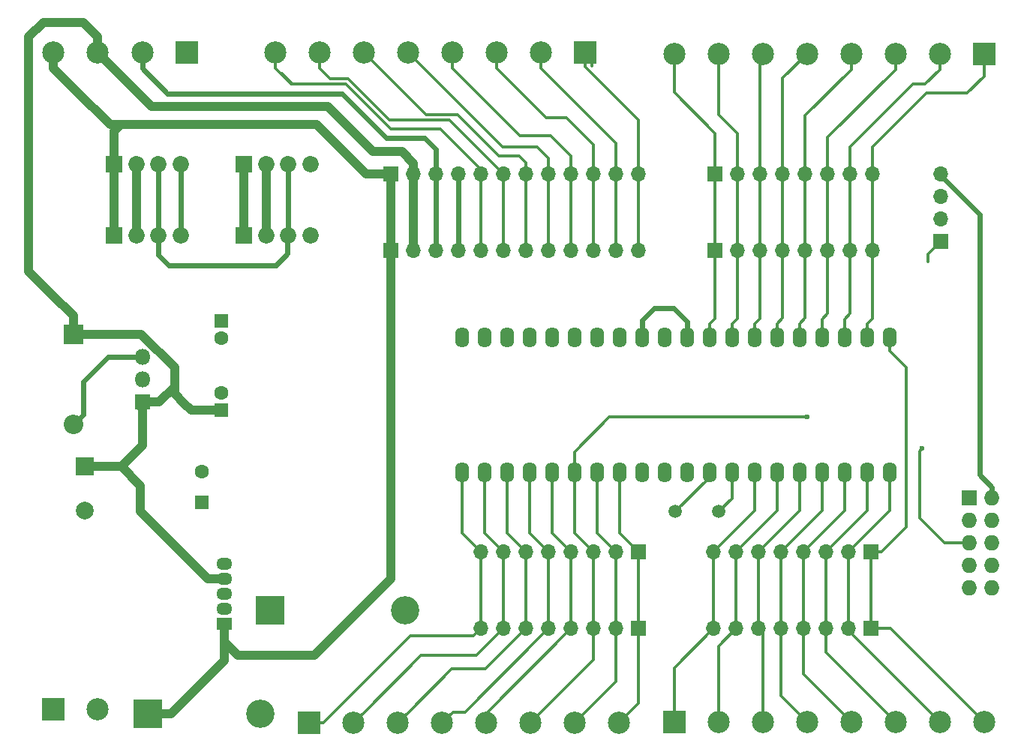
<source format=gbr>
G04 #@! TF.GenerationSoftware,KiCad,Pcbnew,5.1.1*
G04 #@! TF.CreationDate,2019-04-25T13:19:34+05:30*
G04 #@! TF.ProjectId,OpenPLC_V2,4f70656e-504c-4435-9f56-322e6b696361,rev?*
G04 #@! TF.SameCoordinates,Original*
G04 #@! TF.FileFunction,Copper,L2,Bot*
G04 #@! TF.FilePolarity,Positive*
%FSLAX46Y46*%
G04 Gerber Fmt 4.6, Leading zero omitted, Abs format (unit mm)*
G04 Created by KiCad (PCBNEW 5.1.1) date 2019-04-25 13:19:34*
%MOMM*%
%LPD*%
G04 APERTURE LIST*
%ADD10C,2.500000*%
%ADD11R,2.500000X2.500000*%
%ADD12O,1.600000X2.300000*%
%ADD13R,1.727200X1.727200*%
%ADD14O,1.727200X1.727200*%
%ADD15O,1.700000X1.700000*%
%ADD16R,1.700000X1.700000*%
%ADD17C,1.501140*%
%ADD18R,1.600000X1.600000*%
%ADD19C,1.600000*%
%ADD20O,2.200000X2.200000*%
%ADD21R,2.200000X2.200000*%
%ADD22O,1.800000X1.800000*%
%ADD23R,1.800000X1.800000*%
%ADD24O,3.200000X3.200000*%
%ADD25R,3.200000X3.200000*%
%ADD26C,2.000000*%
%ADD27R,2.000000X2.000000*%
%ADD28O,1.800000X1.350000*%
%ADD29R,1.800000X1.350000*%
%ADD30R,1.850000X1.850000*%
%ADD31C,1.850000*%
%ADD32C,0.600000*%
%ADD33C,1.000000*%
%ADD34C,0.600000*%
%ADD35C,0.350000*%
G04 APERTURE END LIST*
D10*
X121026500Y-44704000D03*
X126026500Y-44704000D03*
X131026500Y-44704000D03*
X136026500Y-44704000D03*
X141026500Y-44704000D03*
X146026500Y-44704000D03*
D11*
X156026500Y-44704000D03*
D10*
X151026500Y-44704000D03*
D12*
X142113000Y-92075000D03*
X144653000Y-92075000D03*
X147193000Y-92075000D03*
X149733000Y-92075000D03*
X152273000Y-92075000D03*
X154813000Y-92075000D03*
X157353000Y-92075000D03*
X159893000Y-92075000D03*
X162433000Y-92075000D03*
X164973000Y-92075000D03*
X167513000Y-92075000D03*
X170053000Y-92075000D03*
X172593000Y-92075000D03*
X175133000Y-92075000D03*
X177673000Y-92075000D03*
X180213000Y-92075000D03*
X182753000Y-92075000D03*
X185293000Y-92075000D03*
X187833000Y-92075000D03*
X190373000Y-92075000D03*
X190373000Y-76835000D03*
X187833000Y-76835000D03*
X185293000Y-76835000D03*
X182753000Y-76835000D03*
X180213000Y-76835000D03*
X177673000Y-76835000D03*
X175133000Y-76835000D03*
X172593000Y-76835000D03*
X170053000Y-76835000D03*
X167513000Y-76835000D03*
X164973000Y-76835000D03*
X162433000Y-76835000D03*
X159893000Y-76835000D03*
X157353000Y-76835000D03*
X154813000Y-76835000D03*
X152273000Y-76835000D03*
X149733000Y-76835000D03*
X147193000Y-76835000D03*
X144653000Y-76835000D03*
X142113000Y-76835000D03*
D13*
X199390000Y-94996000D03*
D14*
X201930000Y-94996000D03*
X199390000Y-97536000D03*
X201930000Y-97536000D03*
X199390000Y-100076000D03*
X201930000Y-100076000D03*
X199390000Y-102616000D03*
X201930000Y-102616000D03*
X199390000Y-105156000D03*
X201930000Y-105156000D03*
D15*
X170465430Y-101092000D03*
X173005430Y-101092000D03*
X175545430Y-101092000D03*
X178085430Y-101092000D03*
X180625430Y-101092000D03*
X183165430Y-101092000D03*
X185705430Y-101092000D03*
D16*
X188245430Y-101092000D03*
D10*
X96012000Y-44704000D03*
X101012000Y-44704000D03*
D11*
X111012000Y-44704000D03*
D10*
X106012000Y-44704000D03*
D17*
X166204900Y-96514920D03*
X171086780Y-96514920D03*
D10*
X166041000Y-44831000D03*
X171041000Y-44831000D03*
X176041000Y-44831000D03*
X181041000Y-44831000D03*
X186041000Y-44831000D03*
X191041000Y-44831000D03*
D11*
X201041000Y-44831000D03*
D10*
X196041000Y-44831000D03*
X171041000Y-120269000D03*
D11*
X166041000Y-120269000D03*
D10*
X176041000Y-120269000D03*
X181041000Y-120269000D03*
X186041000Y-120269000D03*
X191041000Y-120269000D03*
X196041000Y-120269000D03*
X201041000Y-120269000D03*
X101012000Y-118872000D03*
D11*
X96012000Y-118872000D03*
D18*
X114935000Y-85090000D03*
D19*
X114935000Y-83090000D03*
D20*
X98231960Y-86677500D03*
D21*
X98231960Y-76517500D03*
D16*
X170688000Y-58420000D03*
D15*
X173228000Y-58420000D03*
X175768000Y-58420000D03*
X178308000Y-58420000D03*
X180848000Y-58420000D03*
X183388000Y-58420000D03*
X185928000Y-58420000D03*
X188468000Y-58420000D03*
X170465430Y-109728000D03*
X173005430Y-109728000D03*
X175545430Y-109728000D03*
X178085430Y-109728000D03*
X180625430Y-109728000D03*
X183165430Y-109728000D03*
X185705430Y-109728000D03*
D16*
X188245430Y-109728000D03*
X134092000Y-67056000D03*
D15*
X136632000Y-67056000D03*
X139172000Y-67056000D03*
X141712000Y-67056000D03*
X144252000Y-67056000D03*
X146792000Y-67056000D03*
X149332000Y-67056000D03*
X151872000Y-67056000D03*
X154412000Y-67056000D03*
X156952000Y-67056000D03*
X159492000Y-67056000D03*
X162032000Y-67056000D03*
X144262000Y-101092000D03*
X146802000Y-101092000D03*
X149342000Y-101092000D03*
X151882000Y-101092000D03*
X154422000Y-101092000D03*
X156962000Y-101092000D03*
X159502000Y-101092000D03*
D16*
X162042000Y-101092000D03*
X134092000Y-58420000D03*
D15*
X136632000Y-58420000D03*
X139172000Y-58420000D03*
X141712000Y-58420000D03*
X144252000Y-58420000D03*
X146792000Y-58420000D03*
X149332000Y-58420000D03*
X151872000Y-58420000D03*
X154412000Y-58420000D03*
X156952000Y-58420000D03*
X159492000Y-58420000D03*
X162032000Y-58420000D03*
D22*
X106030000Y-79077500D03*
X106030000Y-81617500D03*
D23*
X106030000Y-84157500D03*
D16*
X196160000Y-66030000D03*
D15*
X196160000Y-63490000D03*
X196160000Y-60950000D03*
X196160000Y-58410000D03*
D24*
X135651200Y-107696000D03*
D25*
X120411200Y-107696000D03*
D15*
X188468000Y-67056000D03*
X185928000Y-67056000D03*
X183388000Y-67056000D03*
X180848000Y-67056000D03*
X178308000Y-67056000D03*
X175768000Y-67056000D03*
X173228000Y-67056000D03*
D16*
X170688000Y-67056000D03*
D26*
X99568000Y-96440000D03*
D27*
X99568000Y-91440000D03*
D10*
X129841000Y-120396000D03*
D11*
X124841000Y-120396000D03*
D10*
X134841000Y-120396000D03*
X139841000Y-120396000D03*
X144841000Y-120396000D03*
X149841000Y-120396000D03*
X154841000Y-120396000D03*
X159841000Y-120396000D03*
D18*
X114935000Y-74962000D03*
D19*
X114935000Y-76962000D03*
D24*
X119380000Y-119380000D03*
D25*
X106680000Y-119380000D03*
D18*
X112776000Y-95504000D03*
D19*
X112776000Y-92004000D03*
D28*
X115316000Y-102420000D03*
X115316000Y-104120000D03*
X115316000Y-105820000D03*
X115316000Y-107520000D03*
D29*
X115316000Y-109220000D03*
D30*
X117500400Y-65303400D03*
D31*
X120000400Y-65303400D03*
X122500400Y-65303400D03*
X125000400Y-65303400D03*
D30*
X102870000Y-65303400D03*
D31*
X105370000Y-65303400D03*
X107870000Y-65303400D03*
X110370000Y-65303400D03*
D15*
X144262000Y-109728000D03*
X146802000Y-109728000D03*
X149342000Y-109728000D03*
X151882000Y-109728000D03*
X154422000Y-109728000D03*
X156962000Y-109728000D03*
X159502000Y-109728000D03*
D16*
X162042000Y-109728000D03*
D30*
X102870000Y-57327800D03*
D31*
X105370000Y-57327800D03*
X107870000Y-57327800D03*
X110370000Y-57327800D03*
X125000400Y-57327800D03*
X122500400Y-57327800D03*
X120000400Y-57327800D03*
D30*
X117500400Y-57327800D03*
D32*
X181102000Y-85852000D03*
X194056000Y-89408000D03*
D33*
X99568000Y-91440000D02*
X101568000Y-91440000D01*
X136652000Y-58420000D02*
X136652000Y-67056000D01*
X110744000Y-84264500D02*
X111569500Y-85090000D01*
X109664500Y-83185000D02*
X110744000Y-84264500D01*
X136779000Y-58547000D02*
X136652000Y-58420000D01*
D34*
X136779000Y-58547000D02*
X136652000Y-58420000D01*
D33*
X111569500Y-85090000D02*
X114935000Y-85090000D01*
X119898800Y-57683400D02*
X120000400Y-57581800D01*
X114871500Y-85153500D02*
X114935000Y-85090000D01*
X120000400Y-57327800D02*
X120000400Y-65303400D01*
D34*
X105600500Y-84789570D02*
X105600500Y-83883500D01*
X105600500Y-83883500D02*
X105664000Y-83820000D01*
X105600500Y-84789570D02*
X105600500Y-84762001D01*
D33*
X109664500Y-80269998D02*
X109664500Y-81370000D01*
X105912002Y-76517500D02*
X109664500Y-80269998D01*
X98234500Y-76517500D02*
X105912002Y-76517500D01*
X109664500Y-81370000D02*
X109664500Y-83185000D01*
X109664500Y-82423000D02*
X109664500Y-80269998D01*
X107930000Y-84157500D02*
X109664500Y-82423000D01*
X106030000Y-84157500D02*
X107930000Y-84157500D01*
X99568000Y-91440000D02*
X103660000Y-91440000D01*
X106030000Y-89070000D02*
X106030000Y-84157500D01*
X103660000Y-91440000D02*
X106030000Y-89070000D01*
X113416000Y-104120000D02*
X105800000Y-96504000D01*
X115316000Y-104120000D02*
X113416000Y-104120000D01*
X105800000Y-93580000D02*
X103660000Y-91440000D01*
X105800000Y-96504000D02*
X105800000Y-93580000D01*
X105370000Y-65303400D02*
X105370000Y-57327800D01*
X98231960Y-74417500D02*
X98231960Y-76517500D01*
X93218000Y-42926000D02*
X93218000Y-69403540D01*
X94869000Y-41275000D02*
X93218000Y-42926000D01*
X93218000Y-69403540D02*
X95758000Y-71943540D01*
X95758000Y-71943540D02*
X98231960Y-74417500D01*
X94996000Y-71181540D02*
X95758000Y-71943540D01*
X99350766Y-41275000D02*
X98044000Y-41275000D01*
X101012000Y-42936234D02*
X99350766Y-41275000D01*
X101012000Y-44704000D02*
X101012000Y-42936234D01*
X98044000Y-41275000D02*
X94869000Y-41275000D01*
X126974600Y-50774600D02*
X107082600Y-50774600D01*
X135314081Y-55880000D02*
X132080000Y-55880000D01*
X107082600Y-50774600D02*
X101012000Y-44704000D01*
X136652000Y-58420000D02*
X136652000Y-57217919D01*
X132080000Y-55880000D02*
X126974600Y-50774600D01*
X136652000Y-57217919D02*
X135314081Y-55880000D01*
D34*
X141859000Y-58547000D02*
X141732000Y-58420000D01*
X110370000Y-57327800D02*
X110370000Y-65303400D01*
X141732000Y-67056000D02*
X141732000Y-58420000D01*
X139192000Y-58420000D02*
X139192000Y-67056000D01*
X167513000Y-75057000D02*
X167513000Y-76835000D01*
X165989000Y-73533000D02*
X167513000Y-75057000D01*
X163830000Y-73533000D02*
X165989000Y-73533000D01*
X162433000Y-74930000D02*
X163830000Y-73533000D01*
X162433000Y-76835000D02*
X162433000Y-74930000D01*
X107870000Y-65303400D02*
X107870000Y-67534800D01*
X107870000Y-67534800D02*
X109016800Y-68681600D01*
X109016800Y-68681600D02*
X121107200Y-68681600D01*
X121107200Y-68681600D02*
X122398800Y-67390000D01*
X122398800Y-67390000D02*
X122398800Y-65252600D01*
X122500400Y-58635947D02*
X122500400Y-65303400D01*
X122500400Y-57327800D02*
X122500400Y-58635947D01*
X99331959Y-85577501D02*
X98231960Y-86677500D01*
X99331959Y-81878041D02*
X99331959Y-85577501D01*
X102132500Y-79077500D02*
X99331959Y-81878041D01*
X106030000Y-79077500D02*
X102132500Y-79077500D01*
X137922000Y-54356000D02*
X139192000Y-55626000D01*
X133604000Y-54356000D02*
X137922000Y-54356000D01*
X128549400Y-49301400D02*
X133604000Y-54356000D01*
X139192000Y-55626000D02*
X139192000Y-58420000D01*
X107870000Y-57327800D02*
X107870000Y-65303400D01*
X200533000Y-62992000D02*
X200533000Y-63754000D01*
X196215000Y-58674000D02*
X200533000Y-62992000D01*
X200533000Y-92377686D02*
X200533000Y-75946000D01*
X201930000Y-93774686D02*
X200533000Y-92377686D01*
X201930000Y-94996000D02*
X201930000Y-93774686D01*
X200533000Y-63754000D02*
X200533000Y-75946000D01*
X200533000Y-75946000D02*
X200533000Y-77470000D01*
X106012000Y-46471766D02*
X108841634Y-49301400D01*
X106012000Y-44704000D02*
X106012000Y-46471766D01*
X108841634Y-49301400D02*
X110490000Y-49301400D01*
X109349634Y-49301400D02*
X110490000Y-49301400D01*
X110490000Y-49301400D02*
X128549400Y-49301400D01*
D35*
X170053000Y-92671900D02*
X170053000Y-92075000D01*
X166204900Y-96520000D02*
X170053000Y-92671900D01*
X172593000Y-95013780D02*
X172593000Y-92075000D01*
X171086780Y-96520000D02*
X172593000Y-95013780D01*
X154813000Y-98943000D02*
X156962000Y-101092000D01*
X154813000Y-92075000D02*
X154813000Y-98943000D01*
X156962000Y-108525919D02*
X156962000Y-101092000D01*
X156962000Y-109728000D02*
X156962000Y-108525919D01*
X156962000Y-113275000D02*
X156962000Y-109728000D01*
X149841000Y-120396000D02*
X156962000Y-113275000D01*
X181102000Y-85852000D02*
X158750000Y-85852000D01*
X154813000Y-89789000D02*
X154813000Y-92075000D01*
X158750000Y-85852000D02*
X154813000Y-89789000D01*
X194056000Y-89408000D02*
X193756001Y-89707999D01*
X193756001Y-96774000D02*
X193756001Y-97236001D01*
X193756001Y-89707999D02*
X193756001Y-96774000D01*
X193756001Y-96774000D02*
X193756001Y-96982001D01*
X193756001Y-97236001D02*
X196596000Y-100076000D01*
X196596000Y-100076000D02*
X199390000Y-100076000D01*
X159893000Y-98943000D02*
X162042000Y-101092000D01*
X159893000Y-92075000D02*
X159893000Y-98943000D01*
X162042000Y-108528000D02*
X162042000Y-101092000D01*
X162042000Y-109728000D02*
X162042000Y-108528000D01*
X162042000Y-118195000D02*
X162042000Y-109728000D01*
X159841000Y-120396000D02*
X162042000Y-118195000D01*
X157353000Y-92075000D02*
X157353000Y-91186000D01*
X157353000Y-98943000D02*
X159502000Y-101092000D01*
X157353000Y-92075000D02*
X157353000Y-98943000D01*
X159502000Y-108525919D02*
X159502000Y-101092000D01*
X159502000Y-109728000D02*
X159502000Y-108525919D01*
X159502000Y-115735000D02*
X159502000Y-109728000D01*
X154841000Y-120396000D02*
X159502000Y-115735000D01*
X175133000Y-92075000D02*
X175133000Y-92329000D01*
X175133000Y-96424430D02*
X175133000Y-92075000D01*
X170465430Y-101092000D02*
X175133000Y-96424430D01*
X170465430Y-109728000D02*
X170465430Y-101092000D01*
X166041000Y-114152430D02*
X170465430Y-109728000D01*
X166041000Y-120269000D02*
X166041000Y-114152430D01*
X196215000Y-66030000D02*
X196098000Y-66030000D01*
X194691000Y-67437000D02*
X194691000Y-68326000D01*
X196098000Y-66030000D02*
X194691000Y-67437000D01*
X194691000Y-68326000D02*
X194691000Y-67818000D01*
X177673000Y-96424430D02*
X177673000Y-92075000D01*
X173005430Y-101092000D02*
X177673000Y-96424430D01*
X173005430Y-109728000D02*
X173005430Y-101092000D01*
X171041000Y-111692430D02*
X173005430Y-109728000D01*
X171041000Y-120269000D02*
X171041000Y-111692430D01*
D33*
X134112000Y-67056000D02*
X134112000Y-104140000D01*
X115316000Y-110236000D02*
X115316000Y-109220000D01*
X115316000Y-111252000D02*
X115316000Y-110236000D01*
X106680000Y-119380000D02*
X109280000Y-119380000D01*
X115316000Y-113344000D02*
X115316000Y-110236000D01*
X109280000Y-119380000D02*
X115316000Y-113344000D01*
X116840000Y-112776000D02*
X115316000Y-111252000D01*
X134112000Y-58420000D02*
X134112000Y-67056000D01*
D34*
X134239000Y-58547000D02*
X134112000Y-58420000D01*
D33*
X117500400Y-65151000D02*
X117398800Y-65252600D01*
X134112000Y-104140000D02*
X125476000Y-112776000D01*
X125476000Y-112776000D02*
X116840000Y-112776000D01*
X117500400Y-65303400D02*
X117500400Y-57327800D01*
X102398000Y-52832000D02*
X104902000Y-52832000D01*
X104902000Y-52832000D02*
X125730000Y-52832000D01*
X131318000Y-58420000D02*
X134112000Y-58420000D01*
X125730000Y-52832000D02*
X131318000Y-58420000D01*
X102870000Y-53594000D02*
X102870000Y-57327800D01*
X104902000Y-52832000D02*
X103632000Y-52832000D01*
X103632000Y-52832000D02*
X102870000Y-53594000D01*
X102870000Y-57327800D02*
X102870000Y-65303400D01*
X96012000Y-46471766D02*
X98526234Y-48986000D01*
X98526234Y-48986000D02*
X98552000Y-48986000D01*
X96012000Y-44704000D02*
X96012000Y-46471766D01*
X97536000Y-47970000D02*
X98552000Y-48986000D01*
X98552000Y-48986000D02*
X102398000Y-52832000D01*
D35*
X142113000Y-98943000D02*
X144262000Y-101092000D01*
X142113000Y-92075000D02*
X142113000Y-98943000D01*
X144262000Y-101092000D02*
X144262000Y-109728000D01*
X126441000Y-120396000D02*
X124841000Y-120396000D01*
X143412001Y-110577999D02*
X136259001Y-110577999D01*
X136259001Y-110577999D02*
X126441000Y-120396000D01*
X144262000Y-109728000D02*
X143412001Y-110577999D01*
X144653000Y-98943000D02*
X146802000Y-101092000D01*
X144653000Y-92075000D02*
X144653000Y-98943000D01*
X146802000Y-109728000D02*
X146802000Y-101092000D01*
X131090999Y-119146001D02*
X129841000Y-120396000D01*
X137461000Y-112776000D02*
X131090999Y-119146001D01*
X143754000Y-112776000D02*
X137461000Y-112776000D01*
X146802000Y-109728000D02*
X143754000Y-112776000D01*
X147193000Y-98943000D02*
X149342000Y-101092000D01*
X147193000Y-92075000D02*
X147193000Y-98943000D01*
X149342000Y-101092000D02*
X149342000Y-109728000D01*
X144770000Y-114300000D02*
X140937000Y-114300000D01*
X136090999Y-119146001D02*
X134841000Y-120396000D01*
X140937000Y-114300000D02*
X136090999Y-119146001D01*
X149342000Y-109728000D02*
X144770000Y-114300000D01*
X149733000Y-98943000D02*
X151882000Y-101092000D01*
X149733000Y-92075000D02*
X149733000Y-98943000D01*
X151882000Y-109728000D02*
X151882000Y-101092000D01*
X142463999Y-119146001D02*
X151032001Y-110577999D01*
X151032001Y-110577999D02*
X151882000Y-109728000D01*
X141090999Y-119146001D02*
X142463999Y-119146001D01*
X139841000Y-120396000D02*
X141090999Y-119146001D01*
X152273000Y-98943000D02*
X154422000Y-101092000D01*
X152273000Y-92075000D02*
X152273000Y-98943000D01*
X154422000Y-102294081D02*
X154422000Y-109728000D01*
X154422000Y-101092000D02*
X154422000Y-102294081D01*
X144841000Y-119309000D02*
X144841000Y-120396000D01*
X154422000Y-109728000D02*
X144841000Y-119309000D01*
X180213000Y-92075000D02*
X180467000Y-92075000D01*
X180213000Y-96424430D02*
X175545430Y-101092000D01*
X180213000Y-92075000D02*
X180213000Y-96424430D01*
X175545430Y-101092000D02*
X175545430Y-109728000D01*
X176041000Y-110223570D02*
X175545430Y-109728000D01*
X176041000Y-120269000D02*
X176041000Y-110223570D01*
X182753000Y-92075000D02*
X182753000Y-92329000D01*
X182753000Y-96424430D02*
X178085430Y-101092000D01*
X182753000Y-92075000D02*
X182753000Y-96424430D01*
X178085430Y-109728000D02*
X178085430Y-101092000D01*
X178085430Y-117313430D02*
X178085430Y-109728000D01*
X181041000Y-120269000D02*
X178085430Y-117313430D01*
X185293000Y-92075000D02*
X185293000Y-92710000D01*
X185293000Y-96424430D02*
X180625430Y-101092000D01*
X185293000Y-92075000D02*
X185293000Y-96424430D01*
X180625430Y-102294081D02*
X180625430Y-109728000D01*
X180625430Y-101092000D02*
X180625430Y-102294081D01*
X180625430Y-114853430D02*
X186041000Y-120269000D01*
X180625430Y-109728000D02*
X180625430Y-114853430D01*
X187833000Y-92075000D02*
X187833000Y-92329000D01*
X187833000Y-96424430D02*
X183165430Y-101092000D01*
X187833000Y-92075000D02*
X187833000Y-96424430D01*
X183165430Y-108525919D02*
X183165430Y-101092000D01*
X183165430Y-109728000D02*
X183165430Y-108525919D01*
X183165430Y-112393430D02*
X191041000Y-120269000D01*
X183165430Y-109728000D02*
X183165430Y-112393430D01*
X190373000Y-92075000D02*
X190754000Y-92075000D01*
X190373000Y-96424430D02*
X185705430Y-101092000D01*
X190373000Y-92075000D02*
X190373000Y-96424430D01*
X185705430Y-102294081D02*
X185705430Y-109728000D01*
X185705430Y-101092000D02*
X185705430Y-102294081D01*
X185705430Y-109933430D02*
X185705430Y-109728000D01*
X196041000Y-120269000D02*
X185705430Y-109933430D01*
X188245430Y-108528000D02*
X188245430Y-101092000D01*
X188245430Y-109728000D02*
X188245430Y-108528000D01*
X190500000Y-109728000D02*
X201041000Y-120269000D01*
X188245430Y-109728000D02*
X190500000Y-109728000D01*
X189445430Y-101092000D02*
X192278000Y-98259430D01*
X188245430Y-101092000D02*
X189445430Y-101092000D01*
X190373000Y-78335000D02*
X190373000Y-76835000D01*
X192278000Y-80240000D02*
X190373000Y-78335000D01*
X192278000Y-98259430D02*
X192278000Y-80240000D01*
X187833000Y-76835000D02*
X187833000Y-75335000D01*
X199136000Y-49276000D02*
X201041000Y-47371000D01*
X201041000Y-47371000D02*
X201041000Y-44831000D01*
X194564000Y-49276000D02*
X199136000Y-49276000D01*
X188468000Y-55372000D02*
X194564000Y-49276000D01*
X188468000Y-58928000D02*
X188468000Y-55372000D01*
X188468000Y-74700000D02*
X188468000Y-67056000D01*
X187833000Y-75335000D02*
X188468000Y-74700000D01*
X188468000Y-58928000D02*
X188468000Y-67056000D01*
X193040000Y-48260000D02*
X185928000Y-55372000D01*
X185928000Y-55372000D02*
X185928000Y-58928000D01*
X194379766Y-48260000D02*
X193040000Y-48260000D01*
X196041000Y-44831000D02*
X196041000Y-46598766D01*
X196041000Y-46598766D02*
X194379766Y-48260000D01*
X185293000Y-74803000D02*
X185928000Y-74168000D01*
X185928000Y-74168000D02*
X185928000Y-67056000D01*
X185293000Y-76835000D02*
X185293000Y-74803000D01*
X185928000Y-67056000D02*
X185928000Y-58928000D01*
X191041000Y-44831000D02*
X191041000Y-46598766D01*
X191041000Y-46598766D02*
X183388000Y-54251766D01*
X183388000Y-54251766D02*
X183388000Y-55880000D01*
X183388000Y-58928000D02*
X183388000Y-55880000D01*
X182753000Y-74803000D02*
X183388000Y-74168000D01*
X183388000Y-74168000D02*
X183388000Y-67056000D01*
X182753000Y-76835000D02*
X182753000Y-74803000D01*
X183388000Y-67056000D02*
X183642000Y-67056000D01*
X183388000Y-67056000D02*
X183388000Y-58928000D01*
X186041000Y-44831000D02*
X186041000Y-46598766D01*
X186041000Y-46598766D02*
X180848000Y-51791766D01*
X180848000Y-51791766D02*
X180848000Y-53340000D01*
X180848000Y-58928000D02*
X180848000Y-53340000D01*
X180213000Y-75311000D02*
X180848000Y-74676000D01*
X180848000Y-74676000D02*
X180848000Y-67056000D01*
X180213000Y-76835000D02*
X180213000Y-75311000D01*
X180848000Y-59500000D02*
X180848000Y-58420000D01*
X180848000Y-59500000D02*
X180848000Y-58928000D01*
X180848000Y-67056000D02*
X180848000Y-59500000D01*
X178308000Y-58928000D02*
X178308000Y-47564000D01*
X178308000Y-47564000D02*
X181041000Y-44831000D01*
X177673000Y-75311000D02*
X178308000Y-74676000D01*
X178308000Y-74676000D02*
X178308000Y-67056000D01*
X177673000Y-76835000D02*
X177673000Y-75311000D01*
X178308000Y-59290000D02*
X178308000Y-58420000D01*
X178308000Y-59290000D02*
X178308000Y-58928000D01*
X178308000Y-67056000D02*
X178308000Y-59290000D01*
X175768000Y-58928000D02*
X175768000Y-45104000D01*
X175768000Y-45104000D02*
X176041000Y-44831000D01*
X175768000Y-74700000D02*
X175768000Y-67056000D01*
X175133000Y-76835000D02*
X175133000Y-75335000D01*
X175133000Y-75335000D02*
X175768000Y-74700000D01*
X175768000Y-59600000D02*
X175768000Y-58928000D01*
X175768000Y-59600000D02*
X175768000Y-58420000D01*
X175768000Y-67056000D02*
X175768000Y-59600000D01*
X173228000Y-53848000D02*
X173228000Y-58928000D01*
X171041000Y-51661000D02*
X173228000Y-53848000D01*
X171041000Y-44831000D02*
X171041000Y-51661000D01*
X172593000Y-76835000D02*
X172593000Y-75335000D01*
X173228000Y-67056000D02*
X173228000Y-74168000D01*
X173228000Y-74700000D02*
X173228000Y-74168000D01*
X172593000Y-75335000D02*
X173228000Y-74700000D01*
X172910500Y-76517500D02*
X172593000Y-76835000D01*
X173228000Y-59370000D02*
X173228000Y-58420000D01*
X173228000Y-59370000D02*
X173228000Y-58928000D01*
X173228000Y-67056000D02*
X173228000Y-59370000D01*
X170688000Y-74700000D02*
X170688000Y-67056000D01*
X170688000Y-53848000D02*
X166041000Y-49201000D01*
X166041000Y-49201000D02*
X166041000Y-44831000D01*
X170688000Y-58928000D02*
X170688000Y-53848000D01*
X170180000Y-67564000D02*
X170688000Y-67056000D01*
X170053000Y-75335000D02*
X170688000Y-74700000D01*
X170053000Y-76835000D02*
X170053000Y-75335000D01*
X170688000Y-59450000D02*
X170688000Y-58420000D01*
X170688000Y-59450000D02*
X170688000Y-58928000D01*
X170688000Y-67056000D02*
X170688000Y-59450000D01*
X162052000Y-67056000D02*
X162052000Y-58420000D01*
X156781500Y-46221000D02*
X156788500Y-46228000D01*
X156788500Y-45466000D02*
X156788500Y-46228000D01*
X156781500Y-44704000D02*
X156781500Y-46221000D01*
X156026500Y-44704000D02*
X156026500Y-46304000D01*
X162032000Y-58420000D02*
X162032000Y-52309500D01*
X162032000Y-52309500D02*
X161290000Y-51567500D01*
X156026500Y-46304000D02*
X161290000Y-51567500D01*
X161290000Y-51567500D02*
X162052000Y-52329500D01*
X159512000Y-58420000D02*
X159512000Y-67056000D01*
X159512000Y-54957266D02*
X159512000Y-58420000D01*
X151026500Y-46471766D02*
X159512000Y-54957266D01*
X151026500Y-44704000D02*
X151026500Y-46471766D01*
X156972000Y-58420000D02*
X156972000Y-67056000D01*
X156972000Y-55118000D02*
X156972000Y-58420000D01*
X153924000Y-52070000D02*
X156972000Y-55118000D01*
X151624734Y-52070000D02*
X153924000Y-52070000D01*
X146026500Y-46471766D02*
X151624734Y-52070000D01*
X146026500Y-44704000D02*
X146026500Y-46471766D01*
X154432000Y-58420000D02*
X154432000Y-67056000D01*
X148656734Y-54102000D02*
X152146000Y-54102000D01*
X154432000Y-56388000D02*
X154432000Y-58420000D01*
X152146000Y-54102000D02*
X154432000Y-56388000D01*
X141026500Y-46471766D02*
X148656734Y-54102000D01*
X141026500Y-44704000D02*
X141026500Y-46471766D01*
X151892000Y-67056000D02*
X151892000Y-58420000D01*
X150622000Y-55372000D02*
X146694500Y-55372000D01*
X151892000Y-56642000D02*
X150622000Y-55372000D01*
X151892000Y-58420000D02*
X151892000Y-56642000D01*
X136026500Y-44704000D02*
X145932500Y-54610000D01*
X146694500Y-55372000D02*
X145932500Y-54610000D01*
X145932500Y-54610000D02*
X145424500Y-54102000D01*
X149352000Y-58420000D02*
X149352000Y-67056000D01*
X131026500Y-44704000D02*
X138046490Y-51723990D01*
X138046490Y-51723990D02*
X141639990Y-51723990D01*
X141639990Y-51723990D02*
X146304000Y-56388000D01*
X146304000Y-56388000D02*
X148590000Y-56388000D01*
X148590000Y-56388000D02*
X149352000Y-57150000D01*
X149352000Y-57150000D02*
X149352000Y-58420000D01*
X146812000Y-67056000D02*
X146812000Y-58420000D01*
X140716000Y-52324000D02*
X146812000Y-58420000D01*
X133944542Y-52324000D02*
X137922000Y-52324000D01*
X127214724Y-47659990D02*
X129280533Y-47659991D01*
X126026500Y-44704000D02*
X126026500Y-46471766D01*
X129280533Y-47659991D02*
X133944542Y-52324000D01*
X137922000Y-52324000D02*
X140716000Y-52324000D01*
X126026500Y-46471766D02*
X127214724Y-47659990D01*
X135636000Y-52324000D02*
X137922000Y-52324000D01*
X144272000Y-58420000D02*
X144272000Y-57912000D01*
X144272000Y-57912000D02*
X142240000Y-55880000D01*
X144272000Y-67056000D02*
X144272000Y-58420000D01*
X127000000Y-48260000D02*
X126671000Y-48260000D01*
X122982500Y-48260000D02*
X121788500Y-47066000D01*
X125730000Y-48260000D02*
X122982500Y-48260000D01*
X127000000Y-48260000D02*
X125730000Y-48260000D01*
X129032000Y-48260000D02*
X134112000Y-53340000D01*
X139700000Y-53340000D02*
X141224000Y-54864000D01*
X134112000Y-53340000D02*
X139700000Y-53340000D01*
X142240000Y-55880000D02*
X141224000Y-54864000D01*
X121788500Y-44711000D02*
X121781500Y-44704000D01*
X122814734Y-48260000D02*
X128524000Y-48260000D01*
X121026500Y-44704000D02*
X121026500Y-46471766D01*
X121026500Y-46471766D02*
X122814734Y-48260000D01*
X125730000Y-48260000D02*
X128524000Y-48260000D01*
X128524000Y-48260000D02*
X129032000Y-48260000D01*
M02*

</source>
